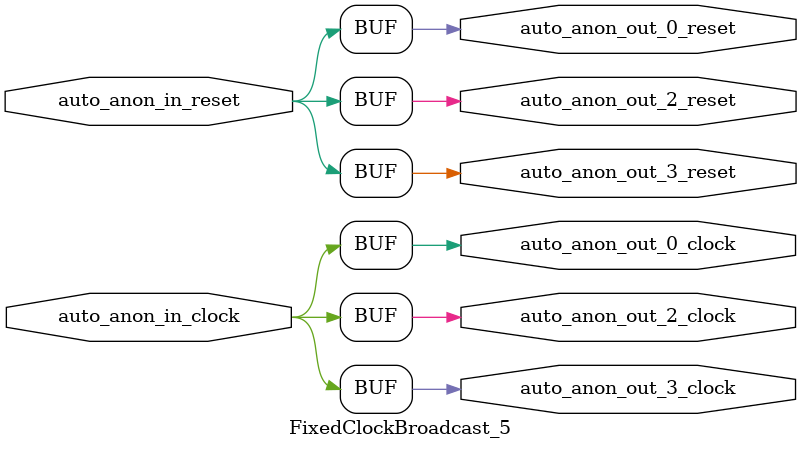
<source format=sv>
module FixedClockBroadcast_5(	// @[generators/rocket-chip/src/main/scala/prci/ClockGroup.scala:104:9]
  input  auto_anon_in_clock,	// @[generators/diplomacy/diplomacy/src/diplomacy/lazymodule/LazyModuleImp.scala:106:25]
  input  auto_anon_in_reset,	// @[generators/diplomacy/diplomacy/src/diplomacy/lazymodule/LazyModuleImp.scala:106:25]
  output auto_anon_out_3_clock,	// @[generators/diplomacy/diplomacy/src/diplomacy/lazymodule/LazyModuleImp.scala:106:25]
  output auto_anon_out_3_reset,	// @[generators/diplomacy/diplomacy/src/diplomacy/lazymodule/LazyModuleImp.scala:106:25]
  output auto_anon_out_2_clock,	// @[generators/diplomacy/diplomacy/src/diplomacy/lazymodule/LazyModuleImp.scala:106:25]
  output auto_anon_out_2_reset,	// @[generators/diplomacy/diplomacy/src/diplomacy/lazymodule/LazyModuleImp.scala:106:25]
  output auto_anon_out_0_clock,	// @[generators/diplomacy/diplomacy/src/diplomacy/lazymodule/LazyModuleImp.scala:106:25]
  output auto_anon_out_0_reset	// @[generators/diplomacy/diplomacy/src/diplomacy/lazymodule/LazyModuleImp.scala:106:25]
);

  assign auto_anon_out_3_clock = auto_anon_in_clock;	// @[generators/rocket-chip/src/main/scala/prci/ClockGroup.scala:104:9]
  assign auto_anon_out_3_reset = auto_anon_in_reset;	// @[generators/rocket-chip/src/main/scala/prci/ClockGroup.scala:104:9]
  assign auto_anon_out_2_clock = auto_anon_in_clock;	// @[generators/rocket-chip/src/main/scala/prci/ClockGroup.scala:104:9]
  assign auto_anon_out_2_reset = auto_anon_in_reset;	// @[generators/rocket-chip/src/main/scala/prci/ClockGroup.scala:104:9]
  assign auto_anon_out_0_clock = auto_anon_in_clock;	// @[generators/rocket-chip/src/main/scala/prci/ClockGroup.scala:104:9]
  assign auto_anon_out_0_reset = auto_anon_in_reset;	// @[generators/rocket-chip/src/main/scala/prci/ClockGroup.scala:104:9]
endmodule


</source>
